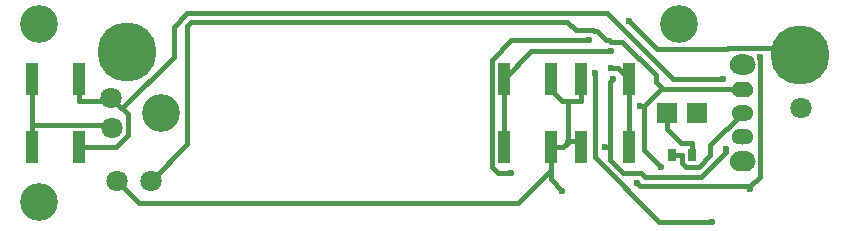
<source format=gbr>
G04 #@! TF.GenerationSoftware,KiCad,Pcbnew,5.1.0-unknown-ff73f69~82~ubuntu18.04.1*
G04 #@! TF.CreationDate,2019-04-01T01:27:23+02:00*
G04 #@! TF.ProjectId,Voltrove MIC1557 PWM,566f6c74-726f-4766-9520-4d4943313535,rev?*
G04 #@! TF.SameCoordinates,Original*
G04 #@! TF.FileFunction,Copper,L1,Top*
G04 #@! TF.FilePolarity,Positive*
%FSLAX46Y46*%
G04 Gerber Fmt 4.6, Leading zero omitted, Abs format (unit mm)*
G04 Created by KiCad (PCBNEW 5.1.0-unknown-ff73f69~82~ubuntu18.04.1) date 2019-04-01 01:27:23*
%MOMM*%
%LPD*%
G04 APERTURE LIST*
%ADD10C,0.100000*%
%ADD11R,1.800000X1.800000*%
%ADD12C,1.300000*%
%ADD13C,1.700000*%
%ADD14C,3.200000*%
%ADD15C,5.000000*%
%ADD16R,1.000000X2.800000*%
%ADD17C,1.800000*%
%ADD18R,0.670000X1.000000*%
%ADD19C,0.600000*%
%ADD20C,0.400000*%
G04 APERTURE END LIST*
D10*
G36*
X176980000Y-98789000D02*
G01*
X177082000Y-98781000D01*
X177181000Y-98757000D01*
X177275000Y-98718000D01*
X177361000Y-98665000D01*
X177439000Y-98599000D01*
X177505000Y-98521000D01*
X177558000Y-98435000D01*
X177597000Y-98341000D01*
X177621000Y-98242000D01*
X177629000Y-98140000D01*
X177621000Y-98038000D01*
X177597000Y-97939000D01*
X177558000Y-97845000D01*
X177505000Y-97759000D01*
X177439000Y-97681000D01*
X177361000Y-97615000D01*
X177275000Y-97562000D01*
X177181000Y-97523000D01*
X177082000Y-97499000D01*
X176980000Y-97491000D01*
X176480000Y-97491000D01*
X176378000Y-97499000D01*
X176279000Y-97523000D01*
X176185000Y-97562000D01*
X176099000Y-97615000D01*
X176021000Y-97681000D01*
X175955000Y-97759000D01*
X175902000Y-97845000D01*
X175863000Y-97939000D01*
X175839000Y-98038000D01*
X175831000Y-98140000D01*
X175839000Y-98242000D01*
X175863000Y-98341000D01*
X175902000Y-98435000D01*
X175955000Y-98521000D01*
X176021000Y-98599000D01*
X176099000Y-98665000D01*
X176185000Y-98718000D01*
X176279000Y-98757000D01*
X176378000Y-98781000D01*
X176480000Y-98789000D01*
X176980000Y-98789000D01*
G37*
G36*
X176980000Y-100789000D02*
G01*
X177082000Y-100781000D01*
X177181000Y-100757000D01*
X177275000Y-100718000D01*
X177361000Y-100665000D01*
X177439000Y-100599000D01*
X177505000Y-100521000D01*
X177558000Y-100435000D01*
X177597000Y-100341000D01*
X177621000Y-100242000D01*
X177629000Y-100140000D01*
X177621000Y-100038000D01*
X177597000Y-99939000D01*
X177558000Y-99845000D01*
X177505000Y-99759000D01*
X177439000Y-99681000D01*
X177361000Y-99615000D01*
X177275000Y-99562000D01*
X177181000Y-99523000D01*
X177082000Y-99499000D01*
X176980000Y-99491000D01*
X176480000Y-99491000D01*
X176378000Y-99499000D01*
X176279000Y-99523000D01*
X176185000Y-99562000D01*
X176099000Y-99615000D01*
X176021000Y-99681000D01*
X175955000Y-99759000D01*
X175902000Y-99845000D01*
X175863000Y-99939000D01*
X175839000Y-100038000D01*
X175831000Y-100140000D01*
X175839000Y-100242000D01*
X175863000Y-100341000D01*
X175902000Y-100435000D01*
X175955000Y-100521000D01*
X176021000Y-100599000D01*
X176099000Y-100665000D01*
X176185000Y-100718000D01*
X176279000Y-100757000D01*
X176378000Y-100781000D01*
X176480000Y-100789000D01*
X176980000Y-100789000D01*
G37*
G36*
X176980000Y-102789000D02*
G01*
X177082000Y-102781000D01*
X177181000Y-102757000D01*
X177275000Y-102718000D01*
X177361000Y-102665000D01*
X177439000Y-102599000D01*
X177505000Y-102521000D01*
X177558000Y-102435000D01*
X177597000Y-102341000D01*
X177621000Y-102242000D01*
X177629000Y-102140000D01*
X177621000Y-102038000D01*
X177597000Y-101939000D01*
X177558000Y-101845000D01*
X177505000Y-101759000D01*
X177439000Y-101681000D01*
X177361000Y-101615000D01*
X177275000Y-101562000D01*
X177181000Y-101523000D01*
X177082000Y-101499000D01*
X176980000Y-101491000D01*
X176480000Y-101491000D01*
X176378000Y-101499000D01*
X176279000Y-101523000D01*
X176185000Y-101562000D01*
X176099000Y-101615000D01*
X176021000Y-101681000D01*
X175955000Y-101759000D01*
X175902000Y-101845000D01*
X175863000Y-101939000D01*
X175839000Y-102038000D01*
X175831000Y-102140000D01*
X175839000Y-102242000D01*
X175863000Y-102341000D01*
X175902000Y-102435000D01*
X175955000Y-102521000D01*
X176021000Y-102599000D01*
X176099000Y-102665000D01*
X176185000Y-102718000D01*
X176279000Y-102757000D01*
X176378000Y-102781000D01*
X176480000Y-102789000D01*
X176980000Y-102789000D01*
G37*
G36*
X176980000Y-96889000D02*
G01*
X177113000Y-96879000D01*
X177242000Y-96847000D01*
X177365000Y-96796000D01*
X177479000Y-96727000D01*
X177580000Y-96640000D01*
X177667000Y-96539000D01*
X177736000Y-96425000D01*
X177787000Y-96302000D01*
X177819000Y-96173000D01*
X177829000Y-96040000D01*
X177819000Y-95907000D01*
X177787000Y-95778000D01*
X177736000Y-95655000D01*
X177667000Y-95541000D01*
X177580000Y-95440000D01*
X177479000Y-95353000D01*
X177365000Y-95284000D01*
X177242000Y-95233000D01*
X177113000Y-95201000D01*
X176980000Y-95191000D01*
X176480000Y-95191000D01*
X176347000Y-95201000D01*
X176218000Y-95233000D01*
X176095000Y-95284000D01*
X175981000Y-95353000D01*
X175880000Y-95440000D01*
X175793000Y-95541000D01*
X175724000Y-95655000D01*
X175673000Y-95778000D01*
X175641000Y-95907000D01*
X175631000Y-96040000D01*
X175641000Y-96173000D01*
X175673000Y-96302000D01*
X175724000Y-96425000D01*
X175793000Y-96539000D01*
X175880000Y-96640000D01*
X175981000Y-96727000D01*
X176095000Y-96796000D01*
X176218000Y-96847000D01*
X176347000Y-96879000D01*
X176480000Y-96889000D01*
X176980000Y-96889000D01*
G37*
G36*
X176980000Y-105089000D02*
G01*
X177113000Y-105079000D01*
X177242000Y-105047000D01*
X177365000Y-104996000D01*
X177479000Y-104927000D01*
X177580000Y-104840000D01*
X177667000Y-104739000D01*
X177736000Y-104625000D01*
X177787000Y-104502000D01*
X177819000Y-104373000D01*
X177829000Y-104240000D01*
X177819000Y-104107000D01*
X177787000Y-103978000D01*
X177736000Y-103855000D01*
X177667000Y-103741000D01*
X177580000Y-103640000D01*
X177479000Y-103553000D01*
X177365000Y-103484000D01*
X177242000Y-103433000D01*
X177113000Y-103401000D01*
X176980000Y-103391000D01*
X176480000Y-103391000D01*
X176347000Y-103401000D01*
X176218000Y-103433000D01*
X176095000Y-103484000D01*
X175981000Y-103553000D01*
X175880000Y-103640000D01*
X175793000Y-103741000D01*
X175724000Y-103855000D01*
X175673000Y-103978000D01*
X175641000Y-104107000D01*
X175631000Y-104240000D01*
X175641000Y-104373000D01*
X175673000Y-104502000D01*
X175724000Y-104625000D01*
X175793000Y-104739000D01*
X175880000Y-104840000D01*
X175981000Y-104927000D01*
X176095000Y-104996000D01*
X176218000Y-105047000D01*
X176347000Y-105079000D01*
X176480000Y-105089000D01*
X176980000Y-105089000D01*
G37*
D11*
X170340000Y-100144000D03*
X172880000Y-100144000D03*
D12*
X176730000Y-98140000D03*
X176730000Y-100140000D03*
X176730000Y-102140000D03*
D13*
X176730000Y-96040000D03*
X176730000Y-104240000D03*
D14*
X127515000Y-100115000D03*
X171309000Y-92643600D03*
X117169000Y-107644000D03*
X117169000Y-92643600D03*
D15*
X181600000Y-95200000D03*
X124600000Y-95000000D03*
D16*
X120523000Y-97244000D03*
X120523000Y-103044000D03*
X116523000Y-97244000D03*
X116523000Y-103044000D03*
X160510000Y-97250000D03*
X160510000Y-103050000D03*
X156510000Y-97250000D03*
X156510000Y-103050000D03*
X167070000Y-97250000D03*
X167070000Y-103050000D03*
X163070000Y-97250000D03*
X163070000Y-103050000D03*
D17*
X181700000Y-99700000D03*
X123300000Y-101400000D03*
X123280000Y-98910000D03*
D18*
X172475000Y-103700000D03*
X170725000Y-103700000D03*
D17*
X123800000Y-105900000D03*
X126600000Y-105900000D03*
D19*
X165557000Y-96358500D03*
X177364900Y-106564900D03*
X178175500Y-95424300D03*
X167769800Y-106053500D03*
X167133400Y-92362600D03*
X161469900Y-106711800D03*
X161919700Y-102672800D03*
X169847000Y-104749200D03*
X168025000Y-99515200D03*
X163718800Y-94001000D03*
X157128800Y-105213600D03*
X165069500Y-103032900D03*
X175344500Y-103219100D03*
X165779600Y-97267700D03*
X165589200Y-94914400D03*
X174099800Y-109372000D03*
X164193300Y-96759200D03*
X175037800Y-97278200D03*
D20*
X167070000Y-97250000D02*
X166178500Y-96358500D01*
X166178500Y-96358500D02*
X165557000Y-96358500D01*
X167070000Y-103050000D02*
X167070000Y-97250000D01*
X177364900Y-106334900D02*
X178175500Y-105524300D01*
X178175500Y-105524300D02*
X178175500Y-95424300D01*
X167769800Y-106053500D02*
X168051200Y-106334900D01*
X168051200Y-106334900D02*
X177364900Y-106334900D01*
X177364900Y-106564900D02*
X177364900Y-106334900D01*
X160510000Y-104950300D02*
X160510000Y-105751900D01*
X160510000Y-105751900D02*
X161469900Y-106711800D01*
X160510000Y-104950300D02*
X157696800Y-107763500D01*
X157696800Y-107763500D02*
X125663500Y-107763500D01*
X125663500Y-107763500D02*
X123800000Y-105900000D01*
X160510000Y-103050000D02*
X160510000Y-104950300D01*
X161919700Y-102672800D02*
X161542500Y-103050000D01*
X161542500Y-103050000D02*
X160510000Y-103050000D01*
X181600000Y-95200000D02*
X181016800Y-94616800D01*
X181016800Y-94616800D02*
X175506800Y-94616800D01*
X175506800Y-94616800D02*
X175379600Y-94744000D01*
X175379600Y-94744000D02*
X169514800Y-94744000D01*
X169514800Y-94744000D02*
X167133400Y-92362600D01*
X161919700Y-102672800D02*
X161919700Y-102547300D01*
X161919700Y-102547300D02*
X161985200Y-102481800D01*
X161985200Y-102481800D02*
X161985200Y-99150300D01*
X161985200Y-102481800D02*
X162539000Y-102481800D01*
X162539000Y-102481800D02*
X163070000Y-103012800D01*
X161985200Y-99150300D02*
X163070000Y-99150300D01*
X160510000Y-98200100D02*
X161460200Y-99150300D01*
X161460200Y-99150300D02*
X161985200Y-99150300D01*
X163070000Y-103050000D02*
X163070000Y-103012800D01*
X163070000Y-97250000D02*
X163070000Y-99150300D01*
X160510000Y-97250000D02*
X160510000Y-98200100D01*
X169871400Y-98026400D02*
X169400200Y-97555300D01*
X169400200Y-97555300D02*
X169400200Y-96970700D01*
X169400200Y-96970700D02*
X166543400Y-94113900D01*
X166543400Y-94113900D02*
X165553100Y-94113900D01*
X165553100Y-94113900D02*
X165427700Y-93988500D01*
X165427700Y-93988500D02*
X165152000Y-93988500D01*
X165152000Y-93988500D02*
X164390000Y-93226500D01*
X164390000Y-93226500D02*
X164280000Y-93226500D01*
X164280000Y-93226500D02*
X164254200Y-93200700D01*
X164254200Y-93200700D02*
X164144700Y-93200700D01*
X164144700Y-93200700D02*
X164074900Y-93130900D01*
X164074900Y-93130900D02*
X163579800Y-93130900D01*
X163579800Y-93130900D02*
X163579700Y-93130800D01*
X163579700Y-93130800D02*
X162589400Y-93130800D01*
X162589400Y-93130800D02*
X161889200Y-92430600D01*
X161889200Y-92430600D02*
X130019000Y-92430600D01*
X130019000Y-92430600D02*
X129697600Y-92752000D01*
X129697600Y-92752000D02*
X129697600Y-102802400D01*
X129697600Y-102802400D02*
X126600000Y-105900000D01*
X176730000Y-98140000D02*
X169984900Y-98140000D01*
X169984900Y-98140000D02*
X169871400Y-98026400D01*
X169871400Y-98026400D02*
X168382600Y-99515200D01*
X168382600Y-99515200D02*
X168382600Y-103284800D01*
X168382600Y-103284800D02*
X169847000Y-104749200D01*
X168382600Y-99515200D02*
X168025000Y-99515200D01*
X116523000Y-101143700D02*
X116523000Y-97244000D01*
X116523000Y-102093800D02*
X116523000Y-101143700D01*
X116523000Y-103044000D02*
X116523000Y-102093800D01*
X123300000Y-101400000D02*
X123043700Y-101143700D01*
X123043700Y-101143700D02*
X116523000Y-101143700D01*
X157128800Y-105213600D02*
X156015600Y-105213600D01*
X156015600Y-105213600D02*
X155509600Y-104707600D01*
X155509600Y-104707600D02*
X155509600Y-95640100D01*
X155509600Y-95640100D02*
X157148700Y-94001000D01*
X157148700Y-94001000D02*
X163718800Y-94001000D01*
X165489500Y-103032900D02*
X165489500Y-97557800D01*
X165489500Y-97557800D02*
X165779600Y-97267700D01*
X175344500Y-103219100D02*
X175344500Y-103437600D01*
X175344500Y-103437600D02*
X173200000Y-105582100D01*
X173200000Y-105582100D02*
X168430200Y-105582100D01*
X168430200Y-105582100D02*
X168101300Y-105253200D01*
X168101300Y-105253200D02*
X166610600Y-105253200D01*
X166610600Y-105253200D02*
X165489500Y-104132100D01*
X165489500Y-104132100D02*
X165489500Y-103032900D01*
X165489500Y-103032900D02*
X165069500Y-103032900D01*
X156510000Y-97250000D02*
X158845600Y-94914400D01*
X158845600Y-94914400D02*
X165589200Y-94914400D01*
X156510000Y-97250000D02*
X156510000Y-99150300D01*
X156510000Y-103050000D02*
X156510000Y-101149700D01*
X156510000Y-101149700D02*
X156510000Y-99150300D01*
X164193300Y-96759200D02*
X164193300Y-103888300D01*
X164193300Y-103888300D02*
X169677000Y-109372000D01*
X169677000Y-109372000D02*
X174099800Y-109372000D01*
X124203300Y-99747100D02*
X124117100Y-99747100D01*
X124117100Y-99747100D02*
X123280000Y-98910000D01*
X120523000Y-103044000D02*
X123682600Y-103044000D01*
X123682600Y-103044000D02*
X124704800Y-102021800D01*
X124704800Y-102021800D02*
X124704800Y-100248600D01*
X124704800Y-100248600D02*
X124203300Y-99747100D01*
X175037800Y-97278200D02*
X170804700Y-97278200D01*
X170804700Y-97278200D02*
X165247000Y-91720500D01*
X165247000Y-91720500D02*
X129711300Y-91720500D01*
X129711300Y-91720500D02*
X128546500Y-92885300D01*
X128546500Y-92885300D02*
X128546500Y-95403900D01*
X128546500Y-95403900D02*
X124203300Y-99747100D01*
X123280000Y-98910000D02*
X123045700Y-99144300D01*
X123045700Y-99144300D02*
X120523000Y-99144300D01*
X120523000Y-97244000D02*
X120523000Y-99144300D01*
X172475000Y-103700000D02*
X172475000Y-102699700D01*
X170340000Y-100144000D02*
X170340000Y-101544300D01*
X172475000Y-102699700D02*
X171495400Y-102699700D01*
X171495400Y-102699700D02*
X170340000Y-101544300D01*
X170725000Y-103700000D02*
X171560300Y-103700000D01*
X171560300Y-103700000D02*
X171560300Y-104339500D01*
X171560300Y-104339500D02*
X171921200Y-104700400D01*
X171921200Y-104700400D02*
X173020800Y-104700400D01*
X173020800Y-104700400D02*
X174004400Y-103716800D01*
X174004400Y-103716800D02*
X174004400Y-102865600D01*
X174004400Y-102865600D02*
X176730000Y-100140000D01*
M02*

</source>
